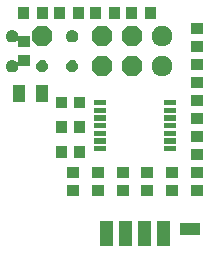
<source format=gts>
%TF.GenerationSoftware,KiCad,Pcbnew,(5.1.2-1)-1*%
%TF.CreationDate,2020-09-09T12:05:02+02:00*%
%TF.ProjectId,N64 RGB AMP v1,4e363420-5247-4422-9041-4d502076312e,2.21*%
%TF.SameCoordinates,Original*%
%TF.FileFunction,Soldermask,Top*%
%TF.FilePolarity,Negative*%
%FSLAX46Y46*%
G04 Gerber Fmt 4.6, Leading zero omitted, Abs format (unit mm)*
G04 Created by KiCad (PCBNEW (5.1.2-1)-1) date 2020-09-09 12:05:02*
%MOMM*%
%LPD*%
G04 APERTURE LIST*
%ADD10C,0.150000*%
G04 APERTURE END LIST*
D10*
G36*
X135215000Y-166990000D02*
G01*
X134115000Y-166990000D01*
X134115000Y-164840000D01*
X135215000Y-164840000D01*
X135215000Y-166990000D01*
X135215000Y-166990000D01*
G37*
G36*
X133615000Y-166990000D02*
G01*
X132515000Y-166990000D01*
X132515000Y-164840000D01*
X133615000Y-164840000D01*
X133615000Y-166990000D01*
X133615000Y-166990000D01*
G37*
G36*
X132015000Y-166990000D02*
G01*
X130915000Y-166990000D01*
X130915000Y-164840000D01*
X132015000Y-164840000D01*
X132015000Y-166990000D01*
X132015000Y-166990000D01*
G37*
G36*
X130415000Y-166990000D02*
G01*
X129315000Y-166990000D01*
X129315000Y-164840000D01*
X130415000Y-164840000D01*
X130415000Y-166990000D01*
X130415000Y-166990000D01*
G37*
G36*
X137775000Y-166082500D02*
G01*
X136070000Y-166082500D01*
X136070000Y-165032500D01*
X137775000Y-165032500D01*
X137775000Y-166082500D01*
X137775000Y-166082500D01*
G37*
G36*
X129622300Y-162777300D02*
G01*
X128622300Y-162777300D01*
X128622300Y-161852300D01*
X129622300Y-161852300D01*
X129622300Y-162777300D01*
X129622300Y-162777300D01*
G37*
G36*
X127532300Y-162777300D02*
G01*
X126532300Y-162777300D01*
X126532300Y-161852300D01*
X127532300Y-161852300D01*
X127532300Y-162777300D01*
X127532300Y-162777300D01*
G37*
G36*
X131712300Y-162777300D02*
G01*
X130712300Y-162777300D01*
X130712300Y-161852300D01*
X131712300Y-161852300D01*
X131712300Y-162777300D01*
X131712300Y-162777300D01*
G37*
G36*
X133802300Y-162777300D02*
G01*
X132802300Y-162777300D01*
X132802300Y-161852300D01*
X133802300Y-161852300D01*
X133802300Y-162777300D01*
X133802300Y-162777300D01*
G37*
G36*
X135892300Y-162777300D02*
G01*
X134892300Y-162777300D01*
X134892300Y-161852300D01*
X135892300Y-161852300D01*
X135892300Y-162777300D01*
X135892300Y-162777300D01*
G37*
G36*
X137982300Y-162777300D02*
G01*
X136982300Y-162777300D01*
X136982300Y-161852300D01*
X137982300Y-161852300D01*
X137982300Y-162777300D01*
X137982300Y-162777300D01*
G37*
G36*
X137982300Y-161202300D02*
G01*
X136982300Y-161202300D01*
X136982300Y-160277300D01*
X137982300Y-160277300D01*
X137982300Y-161202300D01*
X137982300Y-161202300D01*
G37*
G36*
X135892300Y-161202300D02*
G01*
X134892300Y-161202300D01*
X134892300Y-160277300D01*
X135892300Y-160277300D01*
X135892300Y-161202300D01*
X135892300Y-161202300D01*
G37*
G36*
X133802300Y-161202300D02*
G01*
X132802300Y-161202300D01*
X132802300Y-160277300D01*
X133802300Y-160277300D01*
X133802300Y-161202300D01*
X133802300Y-161202300D01*
G37*
G36*
X131712300Y-161202300D02*
G01*
X130712300Y-161202300D01*
X130712300Y-160277300D01*
X131712300Y-160277300D01*
X131712300Y-161202300D01*
X131712300Y-161202300D01*
G37*
G36*
X129622300Y-161202300D02*
G01*
X128622300Y-161202300D01*
X128622300Y-160277300D01*
X129622300Y-160277300D01*
X129622300Y-161202300D01*
X129622300Y-161202300D01*
G37*
G36*
X127532300Y-161202300D02*
G01*
X126532300Y-161202300D01*
X126532300Y-160277300D01*
X127532300Y-160277300D01*
X127532300Y-161202300D01*
X127532300Y-161202300D01*
G37*
G36*
X137982300Y-159727300D02*
G01*
X136982300Y-159727300D01*
X136982300Y-158802300D01*
X137982300Y-158802300D01*
X137982300Y-159727300D01*
X137982300Y-159727300D01*
G37*
G36*
X128042700Y-159512300D02*
G01*
X127117700Y-159512300D01*
X127117700Y-158512300D01*
X128042700Y-158512300D01*
X128042700Y-159512300D01*
X128042700Y-159512300D01*
G37*
G36*
X126467700Y-159512300D02*
G01*
X125542700Y-159512300D01*
X125542700Y-158512300D01*
X126467700Y-158512300D01*
X126467700Y-159512300D01*
X126467700Y-159512300D01*
G37*
G36*
X129820000Y-158970000D02*
G01*
X128770000Y-158970000D01*
X128770000Y-158520000D01*
X129820000Y-158520000D01*
X129820000Y-158970000D01*
X129820000Y-158970000D01*
G37*
G36*
X135720000Y-158970000D02*
G01*
X134670000Y-158970000D01*
X134670000Y-158520000D01*
X135720000Y-158520000D01*
X135720000Y-158970000D01*
X135720000Y-158970000D01*
G37*
G36*
X129820000Y-158320000D02*
G01*
X128770000Y-158320000D01*
X128770000Y-157870000D01*
X129820000Y-157870000D01*
X129820000Y-158320000D01*
X129820000Y-158320000D01*
G37*
G36*
X135720000Y-158320000D02*
G01*
X134670000Y-158320000D01*
X134670000Y-157870000D01*
X135720000Y-157870000D01*
X135720000Y-158320000D01*
X135720000Y-158320000D01*
G37*
G36*
X137982300Y-158152300D02*
G01*
X136982300Y-158152300D01*
X136982300Y-157227300D01*
X137982300Y-157227300D01*
X137982300Y-158152300D01*
X137982300Y-158152300D01*
G37*
G36*
X129820000Y-157670000D02*
G01*
X128770000Y-157670000D01*
X128770000Y-157220000D01*
X129820000Y-157220000D01*
X129820000Y-157670000D01*
X129820000Y-157670000D01*
G37*
G36*
X135720000Y-157670000D02*
G01*
X134670000Y-157670000D01*
X134670000Y-157220000D01*
X135720000Y-157220000D01*
X135720000Y-157670000D01*
X135720000Y-157670000D01*
G37*
G36*
X126467700Y-157422300D02*
G01*
X125542700Y-157422300D01*
X125542700Y-156422300D01*
X126467700Y-156422300D01*
X126467700Y-157422300D01*
X126467700Y-157422300D01*
G37*
G36*
X128042700Y-157422300D02*
G01*
X127117700Y-157422300D01*
X127117700Y-156422300D01*
X128042700Y-156422300D01*
X128042700Y-157422300D01*
X128042700Y-157422300D01*
G37*
G36*
X129820000Y-157020000D02*
G01*
X128770000Y-157020000D01*
X128770000Y-156570000D01*
X129820000Y-156570000D01*
X129820000Y-157020000D01*
X129820000Y-157020000D01*
G37*
G36*
X135720000Y-157020000D02*
G01*
X134670000Y-157020000D01*
X134670000Y-156570000D01*
X135720000Y-156570000D01*
X135720000Y-157020000D01*
X135720000Y-157020000D01*
G37*
G36*
X137982300Y-156677300D02*
G01*
X136982300Y-156677300D01*
X136982300Y-155752300D01*
X137982300Y-155752300D01*
X137982300Y-156677300D01*
X137982300Y-156677300D01*
G37*
G36*
X129820000Y-156370000D02*
G01*
X128770000Y-156370000D01*
X128770000Y-155920000D01*
X129820000Y-155920000D01*
X129820000Y-156370000D01*
X129820000Y-156370000D01*
G37*
G36*
X135720000Y-156370000D02*
G01*
X134670000Y-156370000D01*
X134670000Y-155920000D01*
X135720000Y-155920000D01*
X135720000Y-156370000D01*
X135720000Y-156370000D01*
G37*
G36*
X135720000Y-155720000D02*
G01*
X134670000Y-155720000D01*
X134670000Y-155270000D01*
X135720000Y-155270000D01*
X135720000Y-155720000D01*
X135720000Y-155720000D01*
G37*
G36*
X129820000Y-155720000D02*
G01*
X128770000Y-155720000D01*
X128770000Y-155270000D01*
X129820000Y-155270000D01*
X129820000Y-155720000D01*
X129820000Y-155720000D01*
G37*
G36*
X128042700Y-155332300D02*
G01*
X127117700Y-155332300D01*
X127117700Y-154332300D01*
X128042700Y-154332300D01*
X128042700Y-155332300D01*
X128042700Y-155332300D01*
G37*
G36*
X126467700Y-155332300D02*
G01*
X125542700Y-155332300D01*
X125542700Y-154332300D01*
X126467700Y-154332300D01*
X126467700Y-155332300D01*
X126467700Y-155332300D01*
G37*
G36*
X137982300Y-155102300D02*
G01*
X136982300Y-155102300D01*
X136982300Y-154177300D01*
X137982300Y-154177300D01*
X137982300Y-155102300D01*
X137982300Y-155102300D01*
G37*
G36*
X129820000Y-155070000D02*
G01*
X128770000Y-155070000D01*
X128770000Y-154620000D01*
X129820000Y-154620000D01*
X129820000Y-155070000D01*
X129820000Y-155070000D01*
G37*
G36*
X135720000Y-155070000D02*
G01*
X134670000Y-155070000D01*
X134670000Y-154620000D01*
X135720000Y-154620000D01*
X135720000Y-155070000D01*
X135720000Y-155070000D01*
G37*
G36*
X122982500Y-154796000D02*
G01*
X121957500Y-154796000D01*
X121957500Y-153346000D01*
X122982500Y-153346000D01*
X122982500Y-154796000D01*
X122982500Y-154796000D01*
G37*
G36*
X124857500Y-154796000D02*
G01*
X123832500Y-154796000D01*
X123832500Y-153346000D01*
X124857500Y-153346000D01*
X124857500Y-154796000D01*
X124857500Y-154796000D01*
G37*
G36*
X137982300Y-153627300D02*
G01*
X136982300Y-153627300D01*
X136982300Y-152702300D01*
X137982300Y-152702300D01*
X137982300Y-153627300D01*
X137982300Y-153627300D01*
G37*
G36*
X129636530Y-150882661D02*
G01*
X129801468Y-150932695D01*
X129953476Y-151013944D01*
X130086712Y-151123288D01*
X130196056Y-151256524D01*
X130277305Y-151408532D01*
X130327339Y-151573470D01*
X130344233Y-151745000D01*
X130327339Y-151916530D01*
X130277305Y-152081468D01*
X130196056Y-152233476D01*
X130086712Y-152366712D01*
X129953476Y-152476056D01*
X129801468Y-152557305D01*
X129636530Y-152607339D01*
X129507979Y-152620000D01*
X129422021Y-152620000D01*
X129293470Y-152607339D01*
X129128532Y-152557305D01*
X128976524Y-152476056D01*
X128843288Y-152366712D01*
X128733944Y-152233476D01*
X128652695Y-152081468D01*
X128602661Y-151916530D01*
X128585767Y-151745000D01*
X128602661Y-151573470D01*
X128652695Y-151408532D01*
X128733944Y-151256524D01*
X128843288Y-151123288D01*
X128976524Y-151013944D01*
X129128532Y-150932695D01*
X129293470Y-150882661D01*
X129422021Y-150870000D01*
X129507979Y-150870000D01*
X129636530Y-150882661D01*
X129636530Y-150882661D01*
G37*
G36*
X132176530Y-150882661D02*
G01*
X132341468Y-150932695D01*
X132493476Y-151013944D01*
X132626712Y-151123288D01*
X132736056Y-151256524D01*
X132817305Y-151408532D01*
X132867339Y-151573470D01*
X132884233Y-151745000D01*
X132867339Y-151916530D01*
X132817305Y-152081468D01*
X132736056Y-152233476D01*
X132626712Y-152366712D01*
X132493476Y-152476056D01*
X132341468Y-152557305D01*
X132176530Y-152607339D01*
X132047979Y-152620000D01*
X131962021Y-152620000D01*
X131833470Y-152607339D01*
X131668532Y-152557305D01*
X131516524Y-152476056D01*
X131383288Y-152366712D01*
X131273944Y-152233476D01*
X131192695Y-152081468D01*
X131142661Y-151916530D01*
X131125767Y-151745000D01*
X131142661Y-151573470D01*
X131192695Y-151408532D01*
X131273944Y-151256524D01*
X131383288Y-151123288D01*
X131516524Y-151013944D01*
X131668532Y-150932695D01*
X131833470Y-150882661D01*
X131962021Y-150870000D01*
X132047979Y-150870000D01*
X132176530Y-150882661D01*
X132176530Y-150882661D01*
G37*
G36*
X134673442Y-150878407D02*
G01*
X134800231Y-150903626D01*
X134959465Y-150969583D01*
X134959468Y-150969585D01*
X135102780Y-151065343D01*
X135224657Y-151187220D01*
X135286483Y-151279749D01*
X135320417Y-151330535D01*
X135386374Y-151489769D01*
X135403023Y-151573470D01*
X135420000Y-151658820D01*
X135420000Y-151831180D01*
X135416670Y-151847919D01*
X135386374Y-152000231D01*
X135320417Y-152159465D01*
X135320415Y-152159468D01*
X135224657Y-152302780D01*
X135102780Y-152424657D01*
X134959468Y-152520415D01*
X134959465Y-152520417D01*
X134800231Y-152586374D01*
X134694836Y-152607338D01*
X134631180Y-152620000D01*
X134458820Y-152620000D01*
X134395164Y-152607338D01*
X134289769Y-152586374D01*
X134130535Y-152520417D01*
X134130532Y-152520415D01*
X133987220Y-152424657D01*
X133865343Y-152302780D01*
X133769585Y-152159468D01*
X133769583Y-152159465D01*
X133703626Y-152000231D01*
X133673330Y-151847919D01*
X133670000Y-151831180D01*
X133670000Y-151658820D01*
X133686977Y-151573470D01*
X133703626Y-151489769D01*
X133769583Y-151330535D01*
X133803517Y-151279749D01*
X133865343Y-151187220D01*
X133987220Y-151065343D01*
X134130532Y-150969585D01*
X134130535Y-150969583D01*
X134289769Y-150903626D01*
X134416558Y-150878407D01*
X134458820Y-150870000D01*
X134631180Y-150870000D01*
X134673442Y-150878407D01*
X134673442Y-150878407D01*
G37*
G36*
X123337300Y-151712300D02*
G01*
X122449999Y-151712300D01*
X122434392Y-151713837D01*
X122419385Y-151718390D01*
X122405554Y-151725782D01*
X122393431Y-151735731D01*
X122383482Y-151747854D01*
X122376090Y-151761685D01*
X122371537Y-151776692D01*
X122370000Y-151792299D01*
X122370000Y-151796707D01*
X122349824Y-151898140D01*
X122310251Y-151993677D01*
X122310249Y-151993681D01*
X122252794Y-152079668D01*
X122179668Y-152152794D01*
X122093681Y-152210249D01*
X122093678Y-152210250D01*
X122093677Y-152210251D01*
X121998140Y-152249824D01*
X121934900Y-152262403D01*
X121896708Y-152270000D01*
X121793292Y-152270000D01*
X121755100Y-152262403D01*
X121691860Y-152249824D01*
X121596323Y-152210251D01*
X121596322Y-152210250D01*
X121596319Y-152210249D01*
X121510332Y-152152794D01*
X121437206Y-152079668D01*
X121379751Y-151993681D01*
X121379749Y-151993677D01*
X121340176Y-151898140D01*
X121320000Y-151796707D01*
X121320000Y-151693293D01*
X121340176Y-151591860D01*
X121379749Y-151496323D01*
X121379750Y-151496322D01*
X121379751Y-151496319D01*
X121437206Y-151410332D01*
X121510332Y-151337206D01*
X121596319Y-151279751D01*
X121596322Y-151279750D01*
X121596323Y-151279749D01*
X121691860Y-151240176D01*
X121767935Y-151225044D01*
X121793292Y-151220000D01*
X121896708Y-151220000D01*
X121922065Y-151225044D01*
X121998140Y-151240176D01*
X122093677Y-151279749D01*
X122093678Y-151279750D01*
X122093681Y-151279751D01*
X122179668Y-151337206D01*
X122200739Y-151358277D01*
X122212856Y-151368221D01*
X122226687Y-151375613D01*
X122241694Y-151380166D01*
X122257301Y-151381703D01*
X122272908Y-151380166D01*
X122287915Y-151375613D01*
X122301746Y-151368221D01*
X122313869Y-151358272D01*
X122323818Y-151346149D01*
X122331210Y-151332318D01*
X122335763Y-151317311D01*
X122337300Y-151301704D01*
X122337300Y-150787300D01*
X123337300Y-150787300D01*
X123337300Y-151712300D01*
X123337300Y-151712300D01*
G37*
G36*
X126989353Y-151223798D02*
G01*
X127027919Y-151227597D01*
X127069386Y-151240176D01*
X127126881Y-151257617D01*
X127218086Y-151306367D01*
X127298027Y-151371973D01*
X127363633Y-151451914D01*
X127412383Y-151543119D01*
X127442403Y-151642082D01*
X127452540Y-151745000D01*
X127442403Y-151847918D01*
X127412383Y-151946881D01*
X127363633Y-152038086D01*
X127298027Y-152118027D01*
X127218086Y-152183633D01*
X127126881Y-152232383D01*
X127077399Y-152247393D01*
X127027919Y-152262403D01*
X126989353Y-152266202D01*
X126950788Y-152270000D01*
X126899212Y-152270000D01*
X126860647Y-152266202D01*
X126822081Y-152262403D01*
X126772601Y-152247393D01*
X126723119Y-152232383D01*
X126631914Y-152183633D01*
X126551973Y-152118027D01*
X126486367Y-152038086D01*
X126437617Y-151946881D01*
X126407597Y-151847918D01*
X126397460Y-151745000D01*
X126407597Y-151642082D01*
X126437617Y-151543119D01*
X126486367Y-151451914D01*
X126551973Y-151371973D01*
X126631914Y-151306367D01*
X126723119Y-151257617D01*
X126780614Y-151240176D01*
X126822081Y-151227597D01*
X126860647Y-151223798D01*
X126899212Y-151220000D01*
X126950788Y-151220000D01*
X126989353Y-151223798D01*
X126989353Y-151223798D01*
G37*
G36*
X124449353Y-151223798D02*
G01*
X124487919Y-151227597D01*
X124529386Y-151240176D01*
X124586881Y-151257617D01*
X124678086Y-151306367D01*
X124758027Y-151371973D01*
X124823633Y-151451914D01*
X124872383Y-151543119D01*
X124902403Y-151642082D01*
X124912540Y-151745000D01*
X124902403Y-151847918D01*
X124872383Y-151946881D01*
X124823633Y-152038086D01*
X124758027Y-152118027D01*
X124678086Y-152183633D01*
X124586881Y-152232383D01*
X124537399Y-152247393D01*
X124487919Y-152262403D01*
X124449353Y-152266202D01*
X124410788Y-152270000D01*
X124359212Y-152270000D01*
X124320647Y-152266202D01*
X124282081Y-152262403D01*
X124232601Y-152247393D01*
X124183119Y-152232383D01*
X124091914Y-152183633D01*
X124011973Y-152118027D01*
X123946367Y-152038086D01*
X123897617Y-151946881D01*
X123867597Y-151847918D01*
X123857460Y-151745000D01*
X123867597Y-151642082D01*
X123897617Y-151543119D01*
X123946367Y-151451914D01*
X124011973Y-151371973D01*
X124091914Y-151306367D01*
X124183119Y-151257617D01*
X124240614Y-151240176D01*
X124282081Y-151227597D01*
X124320647Y-151223798D01*
X124359212Y-151220000D01*
X124410788Y-151220000D01*
X124449353Y-151223798D01*
X124449353Y-151223798D01*
G37*
G36*
X137982300Y-152052300D02*
G01*
X136982300Y-152052300D01*
X136982300Y-151127300D01*
X137982300Y-151127300D01*
X137982300Y-152052300D01*
X137982300Y-152052300D01*
G37*
G36*
X137982300Y-150577300D02*
G01*
X136982300Y-150577300D01*
X136982300Y-149652300D01*
X137982300Y-149652300D01*
X137982300Y-150577300D01*
X137982300Y-150577300D01*
G37*
G36*
X121922065Y-148685044D02*
G01*
X121998140Y-148700176D01*
X122093677Y-148739749D01*
X122093678Y-148739750D01*
X122093681Y-148739751D01*
X122179668Y-148797206D01*
X122252794Y-148870332D01*
X122310249Y-148956319D01*
X122310250Y-148956322D01*
X122310251Y-148956323D01*
X122349824Y-149051860D01*
X122368929Y-149147908D01*
X122373482Y-149162915D01*
X122380874Y-149176746D01*
X122390823Y-149188869D01*
X122402946Y-149198818D01*
X122416777Y-149206211D01*
X122431784Y-149210763D01*
X122447391Y-149212300D01*
X123337300Y-149212300D01*
X123337300Y-150137300D01*
X122337300Y-150137300D01*
X122337300Y-149648296D01*
X122335763Y-149632689D01*
X122331210Y-149617682D01*
X122323818Y-149603851D01*
X122313869Y-149591728D01*
X122301746Y-149581779D01*
X122287915Y-149574387D01*
X122272908Y-149569834D01*
X122257301Y-149568297D01*
X122241694Y-149569834D01*
X122226687Y-149574387D01*
X122212856Y-149581779D01*
X122200739Y-149591723D01*
X122179668Y-149612794D01*
X122093681Y-149670249D01*
X122093678Y-149670250D01*
X122093677Y-149670251D01*
X121998140Y-149709824D01*
X121922065Y-149724956D01*
X121896708Y-149730000D01*
X121793292Y-149730000D01*
X121767935Y-149724956D01*
X121691860Y-149709824D01*
X121596323Y-149670251D01*
X121596322Y-149670250D01*
X121596319Y-149670249D01*
X121510332Y-149612794D01*
X121437206Y-149539668D01*
X121379751Y-149453681D01*
X121379749Y-149453677D01*
X121340176Y-149358140D01*
X121320000Y-149256707D01*
X121320000Y-149153293D01*
X121340176Y-149051860D01*
X121379749Y-148956323D01*
X121379750Y-148956322D01*
X121379751Y-148956319D01*
X121437206Y-148870332D01*
X121510332Y-148797206D01*
X121596319Y-148739751D01*
X121596322Y-148739750D01*
X121596323Y-148739749D01*
X121691860Y-148700176D01*
X121767935Y-148685044D01*
X121793292Y-148680000D01*
X121896708Y-148680000D01*
X121922065Y-148685044D01*
X121922065Y-148685044D01*
G37*
G36*
X132176530Y-148342661D02*
G01*
X132341468Y-148392695D01*
X132493476Y-148473944D01*
X132626712Y-148583288D01*
X132736056Y-148716524D01*
X132817305Y-148868532D01*
X132867339Y-149033470D01*
X132884233Y-149205000D01*
X132867339Y-149376530D01*
X132817305Y-149541468D01*
X132736056Y-149693476D01*
X132626712Y-149826712D01*
X132493476Y-149936056D01*
X132341468Y-150017305D01*
X132176530Y-150067339D01*
X132047979Y-150080000D01*
X131962021Y-150080000D01*
X131833470Y-150067339D01*
X131668532Y-150017305D01*
X131516524Y-149936056D01*
X131383288Y-149826712D01*
X131273944Y-149693476D01*
X131192695Y-149541468D01*
X131142661Y-149376530D01*
X131125767Y-149205000D01*
X131142661Y-149033470D01*
X131192695Y-148868532D01*
X131273944Y-148716524D01*
X131383288Y-148583288D01*
X131516524Y-148473944D01*
X131668532Y-148392695D01*
X131833470Y-148342661D01*
X131962021Y-148330000D01*
X132047979Y-148330000D01*
X132176530Y-148342661D01*
X132176530Y-148342661D01*
G37*
G36*
X124556530Y-148342661D02*
G01*
X124721468Y-148392695D01*
X124873476Y-148473944D01*
X125006712Y-148583288D01*
X125116056Y-148716524D01*
X125197305Y-148868532D01*
X125247339Y-149033470D01*
X125264233Y-149205000D01*
X125247339Y-149376530D01*
X125197305Y-149541468D01*
X125116056Y-149693476D01*
X125006712Y-149826712D01*
X124873476Y-149936056D01*
X124721468Y-150017305D01*
X124556530Y-150067339D01*
X124427979Y-150080000D01*
X124342021Y-150080000D01*
X124213470Y-150067339D01*
X124048532Y-150017305D01*
X123896524Y-149936056D01*
X123763288Y-149826712D01*
X123653944Y-149693476D01*
X123572695Y-149541468D01*
X123522661Y-149376530D01*
X123505767Y-149205000D01*
X123522661Y-149033470D01*
X123572695Y-148868532D01*
X123653944Y-148716524D01*
X123763288Y-148583288D01*
X123896524Y-148473944D01*
X124048532Y-148392695D01*
X124213470Y-148342661D01*
X124342021Y-148330000D01*
X124427979Y-148330000D01*
X124556530Y-148342661D01*
X124556530Y-148342661D01*
G37*
G36*
X129636530Y-148342661D02*
G01*
X129801468Y-148392695D01*
X129953476Y-148473944D01*
X130086712Y-148583288D01*
X130196056Y-148716524D01*
X130277305Y-148868532D01*
X130327339Y-149033470D01*
X130344233Y-149205000D01*
X130327339Y-149376530D01*
X130277305Y-149541468D01*
X130196056Y-149693476D01*
X130086712Y-149826712D01*
X129953476Y-149936056D01*
X129801468Y-150017305D01*
X129636530Y-150067339D01*
X129507979Y-150080000D01*
X129422021Y-150080000D01*
X129293470Y-150067339D01*
X129128532Y-150017305D01*
X128976524Y-149936056D01*
X128843288Y-149826712D01*
X128733944Y-149693476D01*
X128652695Y-149541468D01*
X128602661Y-149376530D01*
X128585767Y-149205000D01*
X128602661Y-149033470D01*
X128652695Y-148868532D01*
X128733944Y-148716524D01*
X128843288Y-148583288D01*
X128976524Y-148473944D01*
X129128532Y-148392695D01*
X129293470Y-148342661D01*
X129422021Y-148330000D01*
X129507979Y-148330000D01*
X129636530Y-148342661D01*
X129636530Y-148342661D01*
G37*
G36*
X134673442Y-148338407D02*
G01*
X134800231Y-148363626D01*
X134959465Y-148429583D01*
X134959468Y-148429585D01*
X135102780Y-148525343D01*
X135224657Y-148647220D01*
X135260041Y-148700176D01*
X135320417Y-148790535D01*
X135386374Y-148949769D01*
X135420000Y-149118821D01*
X135420000Y-149291179D01*
X135386374Y-149460231D01*
X135320417Y-149619465D01*
X135320415Y-149619468D01*
X135224657Y-149762780D01*
X135102780Y-149884657D01*
X134959468Y-149980415D01*
X134959465Y-149980417D01*
X134800231Y-150046374D01*
X134694836Y-150067338D01*
X134631180Y-150080000D01*
X134458820Y-150080000D01*
X134395164Y-150067338D01*
X134289769Y-150046374D01*
X134130535Y-149980417D01*
X134130532Y-149980415D01*
X133987220Y-149884657D01*
X133865343Y-149762780D01*
X133769585Y-149619468D01*
X133769583Y-149619465D01*
X133703626Y-149460231D01*
X133670000Y-149291179D01*
X133670000Y-149118821D01*
X133703626Y-148949769D01*
X133769583Y-148790535D01*
X133829959Y-148700176D01*
X133865343Y-148647220D01*
X133987220Y-148525343D01*
X134130532Y-148429585D01*
X134130535Y-148429583D01*
X134289769Y-148363626D01*
X134416558Y-148338407D01*
X134458820Y-148330000D01*
X134631180Y-148330000D01*
X134673442Y-148338407D01*
X134673442Y-148338407D01*
G37*
G36*
X127002065Y-148685044D02*
G01*
X127078140Y-148700176D01*
X127173677Y-148739749D01*
X127173678Y-148739750D01*
X127173681Y-148739751D01*
X127259668Y-148797206D01*
X127332794Y-148870332D01*
X127390249Y-148956319D01*
X127390250Y-148956322D01*
X127390251Y-148956323D01*
X127429824Y-149051860D01*
X127450000Y-149153293D01*
X127450000Y-149256707D01*
X127429824Y-149358140D01*
X127390251Y-149453677D01*
X127390249Y-149453681D01*
X127332794Y-149539668D01*
X127259668Y-149612794D01*
X127173681Y-149670249D01*
X127173678Y-149670250D01*
X127173677Y-149670251D01*
X127078140Y-149709824D01*
X127002065Y-149724956D01*
X126976708Y-149730000D01*
X126873292Y-149730000D01*
X126847935Y-149724956D01*
X126771860Y-149709824D01*
X126676323Y-149670251D01*
X126676322Y-149670250D01*
X126676319Y-149670249D01*
X126590332Y-149612794D01*
X126517206Y-149539668D01*
X126459751Y-149453681D01*
X126459749Y-149453677D01*
X126420176Y-149358140D01*
X126400000Y-149256707D01*
X126400000Y-149153293D01*
X126420176Y-149051860D01*
X126459749Y-148956323D01*
X126459750Y-148956322D01*
X126459751Y-148956319D01*
X126517206Y-148870332D01*
X126590332Y-148797206D01*
X126676319Y-148739751D01*
X126676322Y-148739750D01*
X126676323Y-148739749D01*
X126771860Y-148700176D01*
X126847935Y-148685044D01*
X126873292Y-148680000D01*
X126976708Y-148680000D01*
X127002065Y-148685044D01*
X127002065Y-148685044D01*
G37*
G36*
X137982300Y-149002300D02*
G01*
X136982300Y-149002300D01*
X136982300Y-148077300D01*
X137982300Y-148077300D01*
X137982300Y-149002300D01*
X137982300Y-149002300D01*
G37*
G36*
X127922700Y-147742300D02*
G01*
X126997700Y-147742300D01*
X126997700Y-146742300D01*
X127922700Y-146742300D01*
X127922700Y-147742300D01*
X127922700Y-147742300D01*
G37*
G36*
X129397700Y-147742300D02*
G01*
X128472700Y-147742300D01*
X128472700Y-146742300D01*
X129397700Y-146742300D01*
X129397700Y-147742300D01*
X129397700Y-147742300D01*
G37*
G36*
X130972700Y-147742300D02*
G01*
X130047700Y-147742300D01*
X130047700Y-146742300D01*
X130972700Y-146742300D01*
X130972700Y-147742300D01*
X130972700Y-147742300D01*
G37*
G36*
X132447700Y-147742300D02*
G01*
X131522700Y-147742300D01*
X131522700Y-146742300D01*
X132447700Y-146742300D01*
X132447700Y-147742300D01*
X132447700Y-147742300D01*
G37*
G36*
X134022700Y-147742300D02*
G01*
X133097700Y-147742300D01*
X133097700Y-146742300D01*
X134022700Y-146742300D01*
X134022700Y-147742300D01*
X134022700Y-147742300D01*
G37*
G36*
X126347700Y-147742300D02*
G01*
X125422700Y-147742300D01*
X125422700Y-146742300D01*
X126347700Y-146742300D01*
X126347700Y-147742300D01*
X126347700Y-147742300D01*
G37*
G36*
X123297700Y-147742300D02*
G01*
X122372700Y-147742300D01*
X122372700Y-146742300D01*
X123297700Y-146742300D01*
X123297700Y-147742300D01*
X123297700Y-147742300D01*
G37*
G36*
X124872700Y-147742300D02*
G01*
X123947700Y-147742300D01*
X123947700Y-146742300D01*
X124872700Y-146742300D01*
X124872700Y-147742300D01*
X124872700Y-147742300D01*
G37*
M02*

</source>
